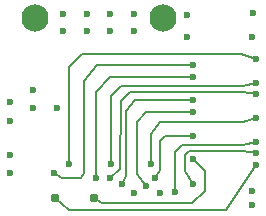
<source format=gbl>
G04*
G04 Format:               Gerber RS-274X*
G04 Export Settings:      OSH Park*
G04 Layer:                BottomCopper*
G04 This File Name:       HDMI_QSB_new.gbl*
G04 Source File Name:     HDMI_QSB_new.rrb*
G04 Unique ID:            51c3dc83-d7bb-4e2f-9342-59aa85fb2bb0*
G04 Generated Date:       Thursday, 10 August 2017 09:01:58*
G04*
G04 Created Using:        Robot Room Copper Connection v3.0.5875*
G04 Software Contact:     http://www.robotroom.com/CopperConnection/Support.aspx*
G04 License Number:       1880*
G04*
G04 Zero Suppression:     Leading*
G04 Number Precision:     2.4*
G04*
%FSLAX24Y24*%
%MOIN*%
%LNBottomCopper*%
%ADD10C,.006*%
%ADD11C,.007*%
%ADD12C,.0236*%
%ADD13C,.0307*%
%ADD14C,.0906*%
%ADD15R,.006X.006*%
%ADD16R,.007X.007*%
%AMTHERMAL*7,0,0,$1,$1-$2-$2,$2,0*%
%ADD17THERMAL,.1142X.0118*%
D10*
G01X8606Y5185D02*
X8110Y5354D01*
X2795D02*
X2362Y4921D01*
Y1693D01*
X6482Y4988D02*
X3307D01*
X2875Y4449D01*
X2874Y1378D01*
X6482Y4594D02*
X3740D01*
X3269Y4094D01*
X3268Y1224D01*
X8606Y4397D02*
X8150Y4291D01*
X4094D02*
X3763Y3937D01*
X3764Y1691D01*
X8606Y4004D02*
X8150Y4094D01*
X4409D02*
X4094Y3780D01*
X4079Y1533D01*
X6482Y3807D02*
X4567D01*
X4248Y3465D01*
X4252Y1299D01*
X6482Y3413D02*
X4920D01*
X4642Y3071D01*
X4646Y1339D01*
X8606Y3216D02*
X8174Y3098D01*
X5392D02*
X5102Y2679D01*
Y1691D01*
X6482Y2626D02*
X5549D01*
X5394Y2441D01*
Y1496D01*
X8606Y2429D02*
X8174Y2311D01*
X6142Y2323D02*
X5906Y2087D01*
X8606Y2035D02*
X8150Y2126D01*
X6378D02*
X6220Y1969D01*
Y1457D01*
X8110Y5354D02*
X2795D01*
X8150Y4291D02*
X4094D01*
X8150Y4094D02*
X4409D01*
X8174Y3098D02*
X5392D01*
X8174Y2311D02*
X6142Y2323D01*
X8150Y2126D02*
X6378D01*
X4079Y1533D02*
X3740Y1220D01*
X5394Y1496D02*
X5246Y1224D01*
X6220Y1457D02*
X6496Y1024D01*
X5906Y2087D02*
Y748D01*
X4646Y1339D02*
X4921Y945D01*
X2756Y1220D02*
X2126D01*
X2874Y1378D02*
X2756Y1220D01*
X4252Y1299D02*
X4134Y1024D01*
X2126Y1220D02*
X1850Y1378D01*
D11*
X1890Y551D02*
X2362Y157D01*
X7598D01*
X8606Y1641D01*
X3189Y551D02*
X3465Y394D01*
X6457D02*
X6890Y787D01*
Y1457D01*
X6482Y1838D01*
X3465Y394D02*
X6457D01*
D12*
X8606Y5185D03*
X2165Y6693D03*
X6482Y4988D03*
Y4594D03*
Y3807D03*
Y3413D03*
X8606Y4397D03*
Y4004D03*
Y3216D03*
Y1641D03*
X6482Y1838D03*
X8606Y2035D03*
Y2429D03*
X6482Y2626D03*
X2362Y1693D03*
X1850Y1378D03*
X3764Y1691D03*
X3268Y1224D03*
X3740Y1220D03*
X4134Y1024D03*
X5102Y1691D03*
X4921Y945D03*
X5246Y1224D03*
X5906Y748D03*
X6496Y1024D03*
X2953Y6693D03*
X3740D03*
X4528D03*
X2165Y6102D03*
X2953D03*
X3740D03*
X4528D03*
X394Y3740D03*
X1181Y4134D03*
X394Y3110D03*
X1181Y3543D03*
X394Y1969D03*
Y1378D03*
X1969Y3543D03*
X6299Y6654D03*
X8504Y6732D03*
X6299Y5906D03*
X8465D03*
X5394Y709D03*
X4528D03*
X8465Y787D03*
Y315D03*
D13*
X1890Y551D03*
X3189D03*
D14*
X1222Y6539D03*
X5494D03*
M02*

</source>
